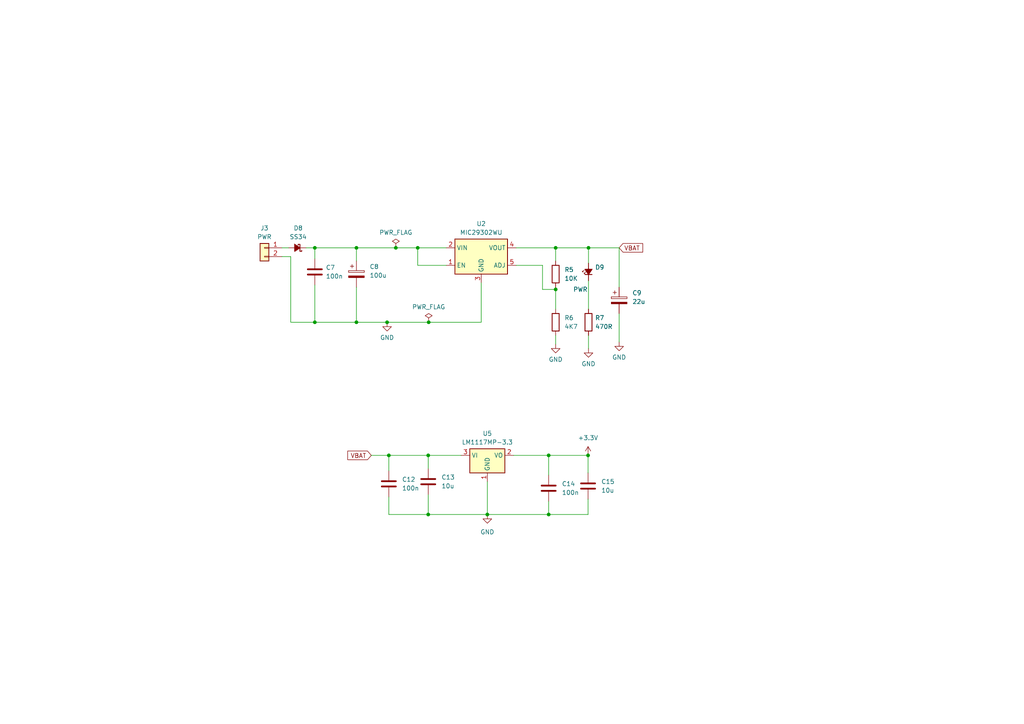
<source format=kicad_sch>
(kicad_sch
	(version 20231120)
	(generator "eeschema")
	(generator_version "8.0")
	(uuid "77175cf6-9dd6-46ec-9eed-5403f30bb0ed")
	(paper "A4")
	(lib_symbols
		(symbol "Connector_Generic:Conn_01x02"
			(pin_names
				(offset 1.016) hide)
			(exclude_from_sim no)
			(in_bom yes)
			(on_board yes)
			(property "Reference" "J"
				(at 0 2.54 0)
				(effects
					(font
						(size 1.27 1.27)
					)
				)
			)
			(property "Value" "Conn_01x02"
				(at 0 -5.08 0)
				(effects
					(font
						(size 1.27 1.27)
					)
				)
			)
			(property "Footprint" ""
				(at 0 0 0)
				(effects
					(font
						(size 1.27 1.27)
					)
					(hide yes)
				)
			)
			(property "Datasheet" "~"
				(at 0 0 0)
				(effects
					(font
						(size 1.27 1.27)
					)
					(hide yes)
				)
			)
			(property "Description" "Generic connector, single row, 01x02, script generated (kicad-library-utils/schlib/autogen/connector/)"
				(at 0 0 0)
				(effects
					(font
						(size 1.27 1.27)
					)
					(hide yes)
				)
			)
			(property "ki_keywords" "connector"
				(at 0 0 0)
				(effects
					(font
						(size 1.27 1.27)
					)
					(hide yes)
				)
			)
			(property "ki_fp_filters" "Connector*:*_1x??_*"
				(at 0 0 0)
				(effects
					(font
						(size 1.27 1.27)
					)
					(hide yes)
				)
			)
			(symbol "Conn_01x02_1_1"
				(rectangle
					(start -1.27 -2.413)
					(end 0 -2.667)
					(stroke
						(width 0.1524)
						(type default)
					)
					(fill
						(type none)
					)
				)
				(rectangle
					(start -1.27 0.127)
					(end 0 -0.127)
					(stroke
						(width 0.1524)
						(type default)
					)
					(fill
						(type none)
					)
				)
				(rectangle
					(start -1.27 1.27)
					(end 1.27 -3.81)
					(stroke
						(width 0.254)
						(type default)
					)
					(fill
						(type background)
					)
				)
				(pin passive line
					(at -5.08 0 0)
					(length 3.81)
					(name "Pin_1"
						(effects
							(font
								(size 1.27 1.27)
							)
						)
					)
					(number "1"
						(effects
							(font
								(size 1.27 1.27)
							)
						)
					)
				)
				(pin passive line
					(at -5.08 -2.54 0)
					(length 3.81)
					(name "Pin_2"
						(effects
							(font
								(size 1.27 1.27)
							)
						)
					)
					(number "2"
						(effects
							(font
								(size 1.27 1.27)
							)
						)
					)
				)
			)
		)
		(symbol "Device:C"
			(pin_numbers hide)
			(pin_names
				(offset 0.254)
			)
			(exclude_from_sim no)
			(in_bom yes)
			(on_board yes)
			(property "Reference" "C"
				(at 0.635 2.54 0)
				(effects
					(font
						(size 1.27 1.27)
					)
					(justify left)
				)
			)
			(property "Value" "C"
				(at 0.635 -2.54 0)
				(effects
					(font
						(size 1.27 1.27)
					)
					(justify left)
				)
			)
			(property "Footprint" ""
				(at 0.9652 -3.81 0)
				(effects
					(font
						(size 1.27 1.27)
					)
					(hide yes)
				)
			)
			(property "Datasheet" "~"
				(at 0 0 0)
				(effects
					(font
						(size 1.27 1.27)
					)
					(hide yes)
				)
			)
			(property "Description" "Unpolarized capacitor"
				(at 0 0 0)
				(effects
					(font
						(size 1.27 1.27)
					)
					(hide yes)
				)
			)
			(property "ki_keywords" "cap capacitor"
				(at 0 0 0)
				(effects
					(font
						(size 1.27 1.27)
					)
					(hide yes)
				)
			)
			(property "ki_fp_filters" "C_*"
				(at 0 0 0)
				(effects
					(font
						(size 1.27 1.27)
					)
					(hide yes)
				)
			)
			(symbol "C_0_1"
				(polyline
					(pts
						(xy -2.032 -0.762) (xy 2.032 -0.762)
					)
					(stroke
						(width 0.508)
						(type default)
					)
					(fill
						(type none)
					)
				)
				(polyline
					(pts
						(xy -2.032 0.762) (xy 2.032 0.762)
					)
					(stroke
						(width 0.508)
						(type default)
					)
					(fill
						(type none)
					)
				)
			)
			(symbol "C_1_1"
				(pin passive line
					(at 0 3.81 270)
					(length 2.794)
					(name "~"
						(effects
							(font
								(size 1.27 1.27)
							)
						)
					)
					(number "1"
						(effects
							(font
								(size 1.27 1.27)
							)
						)
					)
				)
				(pin passive line
					(at 0 -3.81 90)
					(length 2.794)
					(name "~"
						(effects
							(font
								(size 1.27 1.27)
							)
						)
					)
					(number "2"
						(effects
							(font
								(size 1.27 1.27)
							)
						)
					)
				)
			)
		)
		(symbol "Device:C_Polarized"
			(pin_numbers hide)
			(pin_names
				(offset 0.254)
			)
			(exclude_from_sim no)
			(in_bom yes)
			(on_board yes)
			(property "Reference" "C"
				(at 0.635 2.54 0)
				(effects
					(font
						(size 1.27 1.27)
					)
					(justify left)
				)
			)
			(property "Value" "C_Polarized"
				(at 0.635 -2.54 0)
				(effects
					(font
						(size 1.27 1.27)
					)
					(justify left)
				)
			)
			(property "Footprint" ""
				(at 0.9652 -3.81 0)
				(effects
					(font
						(size 1.27 1.27)
					)
					(hide yes)
				)
			)
			(property "Datasheet" "~"
				(at 0 0 0)
				(effects
					(font
						(size 1.27 1.27)
					)
					(hide yes)
				)
			)
			(property "Description" "Polarized capacitor"
				(at 0 0 0)
				(effects
					(font
						(size 1.27 1.27)
					)
					(hide yes)
				)
			)
			(property "ki_keywords" "cap capacitor"
				(at 0 0 0)
				(effects
					(font
						(size 1.27 1.27)
					)
					(hide yes)
				)
			)
			(property "ki_fp_filters" "CP_*"
				(at 0 0 0)
				(effects
					(font
						(size 1.27 1.27)
					)
					(hide yes)
				)
			)
			(symbol "C_Polarized_0_1"
				(rectangle
					(start -2.286 0.508)
					(end 2.286 1.016)
					(stroke
						(width 0)
						(type default)
					)
					(fill
						(type none)
					)
				)
				(polyline
					(pts
						(xy -1.778 2.286) (xy -0.762 2.286)
					)
					(stroke
						(width 0)
						(type default)
					)
					(fill
						(type none)
					)
				)
				(polyline
					(pts
						(xy -1.27 2.794) (xy -1.27 1.778)
					)
					(stroke
						(width 0)
						(type default)
					)
					(fill
						(type none)
					)
				)
				(rectangle
					(start 2.286 -0.508)
					(end -2.286 -1.016)
					(stroke
						(width 0)
						(type default)
					)
					(fill
						(type outline)
					)
				)
			)
			(symbol "C_Polarized_1_1"
				(pin passive line
					(at 0 3.81 270)
					(length 2.794)
					(name "~"
						(effects
							(font
								(size 1.27 1.27)
							)
						)
					)
					(number "1"
						(effects
							(font
								(size 1.27 1.27)
							)
						)
					)
				)
				(pin passive line
					(at 0 -3.81 90)
					(length 2.794)
					(name "~"
						(effects
							(font
								(size 1.27 1.27)
							)
						)
					)
					(number "2"
						(effects
							(font
								(size 1.27 1.27)
							)
						)
					)
				)
			)
		)
		(symbol "Device:D_Schottky_Small_Filled"
			(pin_numbers hide)
			(pin_names
				(offset 0.254) hide)
			(exclude_from_sim no)
			(in_bom yes)
			(on_board yes)
			(property "Reference" "D"
				(at -1.27 2.032 0)
				(effects
					(font
						(size 1.27 1.27)
					)
					(justify left)
				)
			)
			(property "Value" "D_Schottky_Small_Filled"
				(at -7.112 -2.032 0)
				(effects
					(font
						(size 1.27 1.27)
					)
					(justify left)
				)
			)
			(property "Footprint" ""
				(at 0 0 90)
				(effects
					(font
						(size 1.27 1.27)
					)
					(hide yes)
				)
			)
			(property "Datasheet" "~"
				(at 0 0 90)
				(effects
					(font
						(size 1.27 1.27)
					)
					(hide yes)
				)
			)
			(property "Description" "Schottky diode, small symbol, filled shape"
				(at 0 0 0)
				(effects
					(font
						(size 1.27 1.27)
					)
					(hide yes)
				)
			)
			(property "ki_keywords" "diode Schottky"
				(at 0 0 0)
				(effects
					(font
						(size 1.27 1.27)
					)
					(hide yes)
				)
			)
			(property "ki_fp_filters" "TO-???* *_Diode_* *SingleDiode* D_*"
				(at 0 0 0)
				(effects
					(font
						(size 1.27 1.27)
					)
					(hide yes)
				)
			)
			(symbol "D_Schottky_Small_Filled_0_1"
				(polyline
					(pts
						(xy -0.762 0) (xy 0.762 0)
					)
					(stroke
						(width 0)
						(type default)
					)
					(fill
						(type none)
					)
				)
				(polyline
					(pts
						(xy 0.762 -1.016) (xy -0.762 0) (xy 0.762 1.016) (xy 0.762 -1.016)
					)
					(stroke
						(width 0.254)
						(type default)
					)
					(fill
						(type outline)
					)
				)
				(polyline
					(pts
						(xy -1.27 0.762) (xy -1.27 1.016) (xy -0.762 1.016) (xy -0.762 -1.016) (xy -0.254 -1.016) (xy -0.254 -0.762)
					)
					(stroke
						(width 0.254)
						(type default)
					)
					(fill
						(type none)
					)
				)
			)
			(symbol "D_Schottky_Small_Filled_1_1"
				(pin passive line
					(at -2.54 0 0)
					(length 1.778)
					(name "K"
						(effects
							(font
								(size 1.27 1.27)
							)
						)
					)
					(number "1"
						(effects
							(font
								(size 1.27 1.27)
							)
						)
					)
				)
				(pin passive line
					(at 2.54 0 180)
					(length 1.778)
					(name "A"
						(effects
							(font
								(size 1.27 1.27)
							)
						)
					)
					(number "2"
						(effects
							(font
								(size 1.27 1.27)
							)
						)
					)
				)
			)
		)
		(symbol "Device:LED_Small_Filled"
			(pin_numbers hide)
			(pin_names
				(offset 0.254) hide)
			(exclude_from_sim no)
			(in_bom yes)
			(on_board yes)
			(property "Reference" "D"
				(at -1.27 3.175 0)
				(effects
					(font
						(size 1.27 1.27)
					)
					(justify left)
				)
			)
			(property "Value" "LED_Small_Filled"
				(at -4.445 -2.54 0)
				(effects
					(font
						(size 1.27 1.27)
					)
					(justify left)
				)
			)
			(property "Footprint" ""
				(at 0 0 90)
				(effects
					(font
						(size 1.27 1.27)
					)
					(hide yes)
				)
			)
			(property "Datasheet" "~"
				(at 0 0 90)
				(effects
					(font
						(size 1.27 1.27)
					)
					(hide yes)
				)
			)
			(property "Description" "Light emitting diode, small symbol, filled shape"
				(at 0 0 0)
				(effects
					(font
						(size 1.27 1.27)
					)
					(hide yes)
				)
			)
			(property "ki_keywords" "LED diode light-emitting-diode"
				(at 0 0 0)
				(effects
					(font
						(size 1.27 1.27)
					)
					(hide yes)
				)
			)
			(property "ki_fp_filters" "LED* LED_SMD:* LED_THT:*"
				(at 0 0 0)
				(effects
					(font
						(size 1.27 1.27)
					)
					(hide yes)
				)
			)
			(symbol "LED_Small_Filled_0_1"
				(polyline
					(pts
						(xy -0.762 -1.016) (xy -0.762 1.016)
					)
					(stroke
						(width 0.254)
						(type default)
					)
					(fill
						(type none)
					)
				)
				(polyline
					(pts
						(xy 1.016 0) (xy -0.762 0)
					)
					(stroke
						(width 0)
						(type default)
					)
					(fill
						(type none)
					)
				)
				(polyline
					(pts
						(xy 0.762 -1.016) (xy -0.762 0) (xy 0.762 1.016) (xy 0.762 -1.016)
					)
					(stroke
						(width 0.254)
						(type default)
					)
					(fill
						(type outline)
					)
				)
				(polyline
					(pts
						(xy 0 0.762) (xy -0.508 1.27) (xy -0.254 1.27) (xy -0.508 1.27) (xy -0.508 1.016)
					)
					(stroke
						(width 0)
						(type default)
					)
					(fill
						(type none)
					)
				)
				(polyline
					(pts
						(xy 0.508 1.27) (xy 0 1.778) (xy 0.254 1.778) (xy 0 1.778) (xy 0 1.524)
					)
					(stroke
						(width 0)
						(type default)
					)
					(fill
						(type none)
					)
				)
			)
			(symbol "LED_Small_Filled_1_1"
				(pin passive line
					(at -2.54 0 0)
					(length 1.778)
					(name "K"
						(effects
							(font
								(size 1.27 1.27)
							)
						)
					)
					(number "1"
						(effects
							(font
								(size 1.27 1.27)
							)
						)
					)
				)
				(pin passive line
					(at 2.54 0 180)
					(length 1.778)
					(name "A"
						(effects
							(font
								(size 1.27 1.27)
							)
						)
					)
					(number "2"
						(effects
							(font
								(size 1.27 1.27)
							)
						)
					)
				)
			)
		)
		(symbol "Device:R"
			(pin_numbers hide)
			(pin_names
				(offset 0)
			)
			(exclude_from_sim no)
			(in_bom yes)
			(on_board yes)
			(property "Reference" "R"
				(at 2.032 0 90)
				(effects
					(font
						(size 1.27 1.27)
					)
				)
			)
			(property "Value" "R"
				(at 0 0 90)
				(effects
					(font
						(size 1.27 1.27)
					)
				)
			)
			(property "Footprint" ""
				(at -1.778 0 90)
				(effects
					(font
						(size 1.27 1.27)
					)
					(hide yes)
				)
			)
			(property "Datasheet" "~"
				(at 0 0 0)
				(effects
					(font
						(size 1.27 1.27)
					)
					(hide yes)
				)
			)
			(property "Description" "Resistor"
				(at 0 0 0)
				(effects
					(font
						(size 1.27 1.27)
					)
					(hide yes)
				)
			)
			(property "ki_keywords" "R res resistor"
				(at 0 0 0)
				(effects
					(font
						(size 1.27 1.27)
					)
					(hide yes)
				)
			)
			(property "ki_fp_filters" "R_*"
				(at 0 0 0)
				(effects
					(font
						(size 1.27 1.27)
					)
					(hide yes)
				)
			)
			(symbol "R_0_1"
				(rectangle
					(start -1.016 -2.54)
					(end 1.016 2.54)
					(stroke
						(width 0.254)
						(type default)
					)
					(fill
						(type none)
					)
				)
			)
			(symbol "R_1_1"
				(pin passive line
					(at 0 3.81 270)
					(length 1.27)
					(name "~"
						(effects
							(font
								(size 1.27 1.27)
							)
						)
					)
					(number "1"
						(effects
							(font
								(size 1.27 1.27)
							)
						)
					)
				)
				(pin passive line
					(at 0 -3.81 90)
					(length 1.27)
					(name "~"
						(effects
							(font
								(size 1.27 1.27)
							)
						)
					)
					(number "2"
						(effects
							(font
								(size 1.27 1.27)
							)
						)
					)
				)
			)
		)
		(symbol "Regulator_Linear:LM1117MP-3.3"
			(exclude_from_sim no)
			(in_bom yes)
			(on_board yes)
			(property "Reference" "U"
				(at -3.81 3.175 0)
				(effects
					(font
						(size 1.27 1.27)
					)
				)
			)
			(property "Value" "LM1117MP-3.3"
				(at 0 3.175 0)
				(effects
					(font
						(size 1.27 1.27)
					)
					(justify left)
				)
			)
			(property "Footprint" "Package_TO_SOT_SMD:SOT-223-3_TabPin2"
				(at 0 0 0)
				(effects
					(font
						(size 1.27 1.27)
					)
					(hide yes)
				)
			)
			(property "Datasheet" "http://www.ti.com/lit/ds/symlink/lm1117.pdf"
				(at 0 0 0)
				(effects
					(font
						(size 1.27 1.27)
					)
					(hide yes)
				)
			)
			(property "Description" "800mA Low-Dropout Linear Regulator, 3.3V fixed output, SOT-223"
				(at 0 0 0)
				(effects
					(font
						(size 1.27 1.27)
					)
					(hide yes)
				)
			)
			(property "ki_keywords" "linear regulator ldo fixed positive"
				(at 0 0 0)
				(effects
					(font
						(size 1.27 1.27)
					)
					(hide yes)
				)
			)
			(property "ki_fp_filters" "SOT?223*"
				(at 0 0 0)
				(effects
					(font
						(size 1.27 1.27)
					)
					(hide yes)
				)
			)
			(symbol "LM1117MP-3.3_0_1"
				(rectangle
					(start -5.08 -5.08)
					(end 5.08 1.905)
					(stroke
						(width 0.254)
						(type default)
					)
					(fill
						(type background)
					)
				)
			)
			(symbol "LM1117MP-3.3_1_1"
				(pin power_in line
					(at 0 -7.62 90)
					(length 2.54)
					(name "GND"
						(effects
							(font
								(size 1.27 1.27)
							)
						)
					)
					(number "1"
						(effects
							(font
								(size 1.27 1.27)
							)
						)
					)
				)
				(pin power_out line
					(at 7.62 0 180)
					(length 2.54)
					(name "VO"
						(effects
							(font
								(size 1.27 1.27)
							)
						)
					)
					(number "2"
						(effects
							(font
								(size 1.27 1.27)
							)
						)
					)
				)
				(pin power_in line
					(at -7.62 0 0)
					(length 2.54)
					(name "VI"
						(effects
							(font
								(size 1.27 1.27)
							)
						)
					)
					(number "3"
						(effects
							(font
								(size 1.27 1.27)
							)
						)
					)
				)
			)
		)
		(symbol "Regulator_Linear:MIC29302WU"
			(exclude_from_sim no)
			(in_bom yes)
			(on_board yes)
			(property "Reference" "U"
				(at -6.35 6.35 0)
				(effects
					(font
						(size 1.27 1.27)
					)
				)
			)
			(property "Value" "MIC29302WU"
				(at 2.54 6.35 0)
				(effects
					(font
						(size 1.27 1.27)
					)
				)
			)
			(property "Footprint" "Package_TO_SOT_SMD:TO-263-5_TabPin3"
				(at 2.54 -6.35 0)
				(effects
					(font
						(size 1.27 1.27)
					)
					(justify left)
					(hide yes)
				)
			)
			(property "Datasheet" "http://ww1.microchip.com/downloads/en/devicedoc/20005685a.pdf"
				(at 0 0 0)
				(effects
					(font
						(size 1.27 1.27)
					)
					(hide yes)
				)
			)
			(property "Description" "3A low dropout linear regulator, adjustable output, TO-263"
				(at 0 0 0)
				(effects
					(font
						(size 1.27 1.27)
					)
					(hide yes)
				)
			)
			(property "ki_keywords" "3A LDO linear voltage regulator adjustable positive"
				(at 0 0 0)
				(effects
					(font
						(size 1.27 1.27)
					)
					(hide yes)
				)
			)
			(property "ki_fp_filters" "TO*263*"
				(at 0 0 0)
				(effects
					(font
						(size 1.27 1.27)
					)
					(hide yes)
				)
			)
			(symbol "MIC29302WU_1_1"
				(rectangle
					(start -7.62 5.08)
					(end 7.62 -5.08)
					(stroke
						(width 0.254)
						(type default)
					)
					(fill
						(type background)
					)
				)
				(pin input line
					(at -10.16 -2.54 0)
					(length 2.54)
					(name "EN"
						(effects
							(font
								(size 1.27 1.27)
							)
						)
					)
					(number "1"
						(effects
							(font
								(size 1.27 1.27)
							)
						)
					)
				)
				(pin power_in line
					(at -10.16 2.54 0)
					(length 2.54)
					(name "VIN"
						(effects
							(font
								(size 1.27 1.27)
							)
						)
					)
					(number "2"
						(effects
							(font
								(size 1.27 1.27)
							)
						)
					)
				)
				(pin power_in line
					(at 0 -7.62 90)
					(length 2.54)
					(name "GND"
						(effects
							(font
								(size 1.27 1.27)
							)
						)
					)
					(number "3"
						(effects
							(font
								(size 1.27 1.27)
							)
						)
					)
				)
				(pin power_out line
					(at 10.16 2.54 180)
					(length 2.54)
					(name "VOUT"
						(effects
							(font
								(size 1.27 1.27)
							)
						)
					)
					(number "4"
						(effects
							(font
								(size 1.27 1.27)
							)
						)
					)
				)
				(pin input line
					(at 10.16 -2.54 180)
					(length 2.54)
					(name "ADJ"
						(effects
							(font
								(size 1.27 1.27)
							)
						)
					)
					(number "5"
						(effects
							(font
								(size 1.27 1.27)
							)
						)
					)
				)
			)
		)
		(symbol "power:+3.3V"
			(power)
			(pin_names
				(offset 0)
			)
			(exclude_from_sim no)
			(in_bom yes)
			(on_board yes)
			(property "Reference" "#PWR"
				(at 0 -3.81 0)
				(effects
					(font
						(size 1.27 1.27)
					)
					(hide yes)
				)
			)
			(property "Value" "+3.3V"
				(at 0 3.556 0)
				(effects
					(font
						(size 1.27 1.27)
					)
				)
			)
			(property "Footprint" ""
				(at 0 0 0)
				(effects
					(font
						(size 1.27 1.27)
					)
					(hide yes)
				)
			)
			(property "Datasheet" ""
				(at 0 0 0)
				(effects
					(font
						(size 1.27 1.27)
					)
					(hide yes)
				)
			)
			(property "Description" "Power symbol creates a global label with name \"+3.3V\""
				(at 0 0 0)
				(effects
					(font
						(size 1.27 1.27)
					)
					(hide yes)
				)
			)
			(property "ki_keywords" "global power"
				(at 0 0 0)
				(effects
					(font
						(size 1.27 1.27)
					)
					(hide yes)
				)
			)
			(symbol "+3.3V_0_1"
				(polyline
					(pts
						(xy -0.762 1.27) (xy 0 2.54)
					)
					(stroke
						(width 0)
						(type default)
					)
					(fill
						(type none)
					)
				)
				(polyline
					(pts
						(xy 0 0) (xy 0 2.54)
					)
					(stroke
						(width 0)
						(type default)
					)
					(fill
						(type none)
					)
				)
				(polyline
					(pts
						(xy 0 2.54) (xy 0.762 1.27)
					)
					(stroke
						(width 0)
						(type default)
					)
					(fill
						(type none)
					)
				)
			)
			(symbol "+3.3V_1_1"
				(pin power_in line
					(at 0 0 90)
					(length 0) hide
					(name "+3.3V"
						(effects
							(font
								(size 1.27 1.27)
							)
						)
					)
					(number "1"
						(effects
							(font
								(size 1.27 1.27)
							)
						)
					)
				)
			)
		)
		(symbol "power:GND"
			(power)
			(pin_names
				(offset 0)
			)
			(exclude_from_sim no)
			(in_bom yes)
			(on_board yes)
			(property "Reference" "#PWR"
				(at 0 -6.35 0)
				(effects
					(font
						(size 1.27 1.27)
					)
					(hide yes)
				)
			)
			(property "Value" "GND"
				(at 0 -3.81 0)
				(effects
					(font
						(size 1.27 1.27)
					)
				)
			)
			(property "Footprint" ""
				(at 0 0 0)
				(effects
					(font
						(size 1.27 1.27)
					)
					(hide yes)
				)
			)
			(property "Datasheet" ""
				(at 0 0 0)
				(effects
					(font
						(size 1.27 1.27)
					)
					(hide yes)
				)
			)
			(property "Description" "Power symbol creates a global label with name \"GND\" , ground"
				(at 0 0 0)
				(effects
					(font
						(size 1.27 1.27)
					)
					(hide yes)
				)
			)
			(property "ki_keywords" "global power"
				(at 0 0 0)
				(effects
					(font
						(size 1.27 1.27)
					)
					(hide yes)
				)
			)
			(symbol "GND_0_1"
				(polyline
					(pts
						(xy 0 0) (xy 0 -1.27) (xy 1.27 -1.27) (xy 0 -2.54) (xy -1.27 -1.27) (xy 0 -1.27)
					)
					(stroke
						(width 0)
						(type default)
					)
					(fill
						(type none)
					)
				)
			)
			(symbol "GND_1_1"
				(pin power_in line
					(at 0 0 270)
					(length 0) hide
					(name "GND"
						(effects
							(font
								(size 1.27 1.27)
							)
						)
					)
					(number "1"
						(effects
							(font
								(size 1.27 1.27)
							)
						)
					)
				)
			)
		)
		(symbol "power:PWR_FLAG"
			(power)
			(pin_numbers hide)
			(pin_names
				(offset 0) hide)
			(exclude_from_sim no)
			(in_bom yes)
			(on_board yes)
			(property "Reference" "#FLG"
				(at 0 1.905 0)
				(effects
					(font
						(size 1.27 1.27)
					)
					(hide yes)
				)
			)
			(property "Value" "PWR_FLAG"
				(at 0 3.81 0)
				(effects
					(font
						(size 1.27 1.27)
					)
				)
			)
			(property "Footprint" ""
				(at 0 0 0)
				(effects
					(font
						(size 1.27 1.27)
					)
					(hide yes)
				)
			)
			(property "Datasheet" "~"
				(at 0 0 0)
				(effects
					(font
						(size 1.27 1.27)
					)
					(hide yes)
				)
			)
			(property "Description" "Special symbol for telling ERC where power comes from"
				(at 0 0 0)
				(effects
					(font
						(size 1.27 1.27)
					)
					(hide yes)
				)
			)
			(property "ki_keywords" "flag power"
				(at 0 0 0)
				(effects
					(font
						(size 1.27 1.27)
					)
					(hide yes)
				)
			)
			(symbol "PWR_FLAG_0_0"
				(pin power_out line
					(at 0 0 90)
					(length 0)
					(name "pwr"
						(effects
							(font
								(size 1.27 1.27)
							)
						)
					)
					(number "1"
						(effects
							(font
								(size 1.27 1.27)
							)
						)
					)
				)
			)
			(symbol "PWR_FLAG_0_1"
				(polyline
					(pts
						(xy 0 0) (xy 0 1.27) (xy -1.016 1.905) (xy 0 2.54) (xy 1.016 1.905) (xy 0 1.27)
					)
					(stroke
						(width 0)
						(type default)
					)
					(fill
						(type none)
					)
				)
			)
		)
	)
	(junction
		(at 124.206 132.08)
		(diameter 0)
		(color 0 0 0 0)
		(uuid "0f4628f1-4584-4f45-af36-e5f25df70458")
	)
	(junction
		(at 161.163 71.882)
		(diameter 0)
		(color 0 0 0 0)
		(uuid "150b44bc-6b5c-48a6-96bd-151c9e4e015d")
	)
	(junction
		(at 121.158 71.882)
		(diameter 0)
		(color 0 0 0 0)
		(uuid "1eaba3c2-0302-469a-9fb5-6ee37f068781")
	)
	(junction
		(at 103.378 71.882)
		(diameter 0)
		(color 0 0 0 0)
		(uuid "275f11a4-ad55-4d46-91ba-e5d9fcd3e5de")
	)
	(junction
		(at 170.561 132.08)
		(diameter 0)
		(color 0 0 0 0)
		(uuid "305f5da7-0906-41d8-9bd9-7fd8b12ab886")
	)
	(junction
		(at 124.333 93.472)
		(diameter 0)
		(color 0 0 0 0)
		(uuid "3ee4a3c8-a9fc-4236-b672-b4c026d9dd51")
	)
	(junction
		(at 103.378 93.472)
		(diameter 0)
		(color 0 0 0 0)
		(uuid "4581d73f-d977-42e8-b496-beb84d6a63b3")
	)
	(junction
		(at 159.131 132.08)
		(diameter 0)
		(color 0 0 0 0)
		(uuid "48d47125-82e2-4baa-b5a3-a56d839a6cd3")
	)
	(junction
		(at 91.313 93.472)
		(diameter 0)
		(color 0 0 0 0)
		(uuid "5c3f214b-5c00-444e-ab73-11ba3b20b03d")
	)
	(junction
		(at 159.131 149.225)
		(diameter 0)
		(color 0 0 0 0)
		(uuid "5df04f48-1f2d-43e8-8266-dbdab5a51d9f")
	)
	(junction
		(at 112.268 93.472)
		(diameter 0)
		(color 0 0 0 0)
		(uuid "75cab69e-8115-480e-91b4-40ffb62e0195")
	)
	(junction
		(at 161.163 83.947)
		(diameter 0)
		(color 0 0 0 0)
		(uuid "75e6040b-6d47-4b41-9cd7-d57306b50079")
	)
	(junction
		(at 141.351 149.225)
		(diameter 0)
		(color 0 0 0 0)
		(uuid "be2723af-995d-4b8b-8c34-51a451dddffc")
	)
	(junction
		(at 170.688 71.882)
		(diameter 0)
		(color 0 0 0 0)
		(uuid "d5fc431b-204a-4c2a-b707-5f4b6a1f090a")
	)
	(junction
		(at 124.206 149.225)
		(diameter 0)
		(color 0 0 0 0)
		(uuid "ebc90ef3-3146-4c00-9beb-87401f1a3f2e")
	)
	(junction
		(at 114.808 71.882)
		(diameter 0)
		(color 0 0 0 0)
		(uuid "ef47cb7a-c93e-481d-afeb-2a86c81f3db9")
	)
	(junction
		(at 112.776 132.08)
		(diameter 0)
		(color 0 0 0 0)
		(uuid "f263dff0-cb02-4035-96af-401c9df9c2a3")
	)
	(junction
		(at 91.313 71.882)
		(diameter 0)
		(color 0 0 0 0)
		(uuid "f8a2d5f7-87c3-4511-81f1-ebb723b82205")
	)
	(wire
		(pts
			(xy 148.971 132.08) (xy 159.131 132.08)
		)
		(stroke
			(width 0)
			(type default)
		)
		(uuid "043254d0-8894-4692-8903-69828f74e579")
	)
	(wire
		(pts
			(xy 149.733 71.882) (xy 161.163 71.882)
		)
		(stroke
			(width 0)
			(type default)
		)
		(uuid "0c9bc8cb-ba90-4a09-a3f5-0613e0c48216")
	)
	(wire
		(pts
			(xy 88.773 71.882) (xy 91.313 71.882)
		)
		(stroke
			(width 0)
			(type default)
		)
		(uuid "0cadf23a-8705-4600-8e39-3c9bed5ea31f")
	)
	(wire
		(pts
			(xy 161.163 83.947) (xy 161.163 89.662)
		)
		(stroke
			(width 0)
			(type default)
		)
		(uuid "1967f63d-9517-41d7-a885-743f9f329afe")
	)
	(wire
		(pts
			(xy 103.378 83.312) (xy 103.378 93.472)
		)
		(stroke
			(width 0)
			(type default)
		)
		(uuid "1dc80651-3dfd-442b-b69f-e5e52b0a86e9")
	)
	(wire
		(pts
			(xy 103.378 71.882) (xy 114.808 71.882)
		)
		(stroke
			(width 0)
			(type default)
		)
		(uuid "2ae46222-2be5-4da1-ac6e-c5028045532f")
	)
	(wire
		(pts
			(xy 103.378 93.472) (xy 112.268 93.472)
		)
		(stroke
			(width 0)
			(type default)
		)
		(uuid "2be3b32d-d5c7-4006-8187-ac760633471b")
	)
	(wire
		(pts
			(xy 112.776 132.08) (xy 124.206 132.08)
		)
		(stroke
			(width 0)
			(type default)
		)
		(uuid "2dcc2d25-e839-4fdd-8db4-704001afbce8")
	)
	(wire
		(pts
			(xy 81.788 71.882) (xy 83.693 71.882)
		)
		(stroke
			(width 0)
			(type default)
		)
		(uuid "332ebd94-168c-4f23-95e4-8594e0d25208")
	)
	(wire
		(pts
			(xy 103.378 71.882) (xy 103.378 75.692)
		)
		(stroke
			(width 0)
			(type default)
		)
		(uuid "351426c5-e021-4752-a595-680f93efb7ef")
	)
	(wire
		(pts
			(xy 84.328 74.422) (xy 84.328 93.472)
		)
		(stroke
			(width 0)
			(type default)
		)
		(uuid "351519ab-66e5-4843-b63f-5b9aa1615d42")
	)
	(wire
		(pts
			(xy 124.333 93.472) (xy 139.573 93.472)
		)
		(stroke
			(width 0)
			(type default)
		)
		(uuid "3800ff2f-ee86-485a-a86b-3a8d9982be28")
	)
	(wire
		(pts
			(xy 170.688 71.882) (xy 170.688 76.327)
		)
		(stroke
			(width 0)
			(type default)
		)
		(uuid "3bcfe193-489d-4c64-86b8-f17ef7329bae")
	)
	(wire
		(pts
			(xy 170.688 81.407) (xy 170.688 89.662)
		)
		(stroke
			(width 0)
			(type default)
		)
		(uuid "4028b3ae-3fdb-4abf-bb34-fb06fd3b9d1f")
	)
	(wire
		(pts
			(xy 159.131 132.08) (xy 170.561 132.08)
		)
		(stroke
			(width 0)
			(type default)
		)
		(uuid "411b30b5-c3e5-4e80-9e3b-eacc6efea46e")
	)
	(wire
		(pts
			(xy 149.733 76.962) (xy 157.353 76.962)
		)
		(stroke
			(width 0)
			(type default)
		)
		(uuid "45f39d4b-521b-4a5c-bc15-b439a1f6b999")
	)
	(wire
		(pts
			(xy 159.131 149.225) (xy 170.561 149.225)
		)
		(stroke
			(width 0)
			(type default)
		)
		(uuid "466acfb2-08d8-4ea1-bebb-b89681d3826f")
	)
	(wire
		(pts
			(xy 114.808 71.882) (xy 121.158 71.882)
		)
		(stroke
			(width 0)
			(type default)
		)
		(uuid "47367ff0-86a7-4eef-adbd-69812d75ed82")
	)
	(wire
		(pts
			(xy 170.688 71.882) (xy 179.578 71.882)
		)
		(stroke
			(width 0)
			(type default)
		)
		(uuid "4eda9e17-1f9e-469b-88b2-b91bd5f56c45")
	)
	(wire
		(pts
			(xy 124.206 143.51) (xy 124.206 149.225)
		)
		(stroke
			(width 0)
			(type default)
		)
		(uuid "5358e7e5-dbd8-4251-a5d4-d8a1fe5bea3b")
	)
	(wire
		(pts
			(xy 81.788 74.422) (xy 84.328 74.422)
		)
		(stroke
			(width 0)
			(type default)
		)
		(uuid "5fe0f705-5873-4ffb-93f8-0ca8a4786b18")
	)
	(wire
		(pts
			(xy 159.131 132.08) (xy 159.131 137.795)
		)
		(stroke
			(width 0)
			(type default)
		)
		(uuid "67eb61c5-b348-423f-9855-71c0b3b84e59")
	)
	(wire
		(pts
			(xy 84.328 93.472) (xy 91.313 93.472)
		)
		(stroke
			(width 0)
			(type default)
		)
		(uuid "74316ad7-729c-405b-bbb2-b451346b5c84")
	)
	(wire
		(pts
			(xy 112.776 149.225) (xy 124.206 149.225)
		)
		(stroke
			(width 0)
			(type default)
		)
		(uuid "7b4f514d-daf3-487a-bd2f-fe4bc489cc08")
	)
	(wire
		(pts
			(xy 170.561 132.08) (xy 170.561 137.16)
		)
		(stroke
			(width 0)
			(type default)
		)
		(uuid "7baef61d-cfdd-4d27-9b57-2fee36e07587")
	)
	(wire
		(pts
			(xy 107.696 132.08) (xy 112.776 132.08)
		)
		(stroke
			(width 0)
			(type default)
		)
		(uuid "7bc76faa-6e32-4fbe-b3be-2a6e039dcd46")
	)
	(wire
		(pts
			(xy 141.351 149.225) (xy 159.131 149.225)
		)
		(stroke
			(width 0)
			(type default)
		)
		(uuid "7c490e5f-7b11-44f6-bc18-3a18693b41d3")
	)
	(wire
		(pts
			(xy 124.206 149.225) (xy 141.351 149.225)
		)
		(stroke
			(width 0)
			(type default)
		)
		(uuid "82b66698-772c-4cfc-8c3d-fd8fad0d5b26")
	)
	(wire
		(pts
			(xy 91.313 71.882) (xy 91.313 75.057)
		)
		(stroke
			(width 0)
			(type default)
		)
		(uuid "9bdfa2b5-1eb6-4ea5-bd03-6d5382a08006")
	)
	(wire
		(pts
			(xy 91.313 71.882) (xy 103.378 71.882)
		)
		(stroke
			(width 0)
			(type default)
		)
		(uuid "a0fead64-6183-4a8b-b32e-34f19b22524b")
	)
	(wire
		(pts
			(xy 124.206 132.08) (xy 133.731 132.08)
		)
		(stroke
			(width 0)
			(type default)
		)
		(uuid "a1e94227-ef99-4d05-9819-31bd8b16b2e3")
	)
	(wire
		(pts
			(xy 112.776 132.08) (xy 112.776 136.525)
		)
		(stroke
			(width 0)
			(type default)
		)
		(uuid "a57399d4-27bf-4ff0-92eb-7d9a557d2165")
	)
	(wire
		(pts
			(xy 121.158 71.882) (xy 129.413 71.882)
		)
		(stroke
			(width 0)
			(type default)
		)
		(uuid "abb126c6-7f28-40f6-b45b-695a5ce506be")
	)
	(wire
		(pts
			(xy 157.353 83.947) (xy 161.163 83.947)
		)
		(stroke
			(width 0)
			(type default)
		)
		(uuid "b14b8237-6cb0-4d73-b1be-4c42822d1f6d")
	)
	(wire
		(pts
			(xy 161.163 71.882) (xy 161.163 75.692)
		)
		(stroke
			(width 0)
			(type default)
		)
		(uuid "b4e8a4fb-b9ea-4f89-9627-07f5ee615532")
	)
	(wire
		(pts
			(xy 121.158 71.882) (xy 121.158 76.962)
		)
		(stroke
			(width 0)
			(type default)
		)
		(uuid "b97b8f52-e674-4a07-8a62-5af03f511a30")
	)
	(wire
		(pts
			(xy 179.578 71.882) (xy 179.578 83.312)
		)
		(stroke
			(width 0)
			(type default)
		)
		(uuid "bfc334ad-771f-49aa-aa91-20982532e20e")
	)
	(wire
		(pts
			(xy 161.163 83.312) (xy 161.163 83.947)
		)
		(stroke
			(width 0)
			(type default)
		)
		(uuid "c2f5475f-5aea-4a4d-9316-f14ee07bd2eb")
	)
	(wire
		(pts
			(xy 112.268 93.472) (xy 124.333 93.472)
		)
		(stroke
			(width 0)
			(type default)
		)
		(uuid "c9a626b1-4efa-498b-82fe-fa29fc5501ed")
	)
	(wire
		(pts
			(xy 179.578 90.932) (xy 179.578 99.187)
		)
		(stroke
			(width 0)
			(type default)
		)
		(uuid "cac9fcbb-f7dd-4aff-b6f1-a2f4eb320861")
	)
	(wire
		(pts
			(xy 157.353 76.962) (xy 157.353 83.947)
		)
		(stroke
			(width 0)
			(type default)
		)
		(uuid "cf66e16c-fa5c-4417-a49f-0ebdf9828ff6")
	)
	(wire
		(pts
			(xy 139.573 82.042) (xy 139.573 93.472)
		)
		(stroke
			(width 0)
			(type default)
		)
		(uuid "d7ffc741-a42a-4961-8080-7f8392ea8ebc")
	)
	(wire
		(pts
			(xy 91.313 82.677) (xy 91.313 93.472)
		)
		(stroke
			(width 0)
			(type default)
		)
		(uuid "e3354ba8-e71a-495d-a6f5-143574d529c9")
	)
	(wire
		(pts
			(xy 161.163 71.882) (xy 170.688 71.882)
		)
		(stroke
			(width 0)
			(type default)
		)
		(uuid "e61ee630-24db-4f1f-89a4-bfad4ff39d05")
	)
	(wire
		(pts
			(xy 161.163 97.282) (xy 161.163 99.822)
		)
		(stroke
			(width 0)
			(type default)
		)
		(uuid "eb7a7c26-fe7d-4fcf-8043-fce59059c3d4")
	)
	(wire
		(pts
			(xy 112.776 144.145) (xy 112.776 149.225)
		)
		(stroke
			(width 0)
			(type default)
		)
		(uuid "eb992d21-e5bd-4027-86a0-ba74546a9751")
	)
	(wire
		(pts
			(xy 121.158 76.962) (xy 129.413 76.962)
		)
		(stroke
			(width 0)
			(type default)
		)
		(uuid "ed42a0cc-7bdb-4110-8d6f-2bf544b6afd3")
	)
	(wire
		(pts
			(xy 124.206 132.08) (xy 124.206 135.89)
		)
		(stroke
			(width 0)
			(type default)
		)
		(uuid "ee0433b5-6c87-4d18-a5cc-dbffdf050053")
	)
	(wire
		(pts
			(xy 159.131 145.415) (xy 159.131 149.225)
		)
		(stroke
			(width 0)
			(type default)
		)
		(uuid "f02c98e6-c72e-4d8d-be73-4f3ba34f5b98")
	)
	(wire
		(pts
			(xy 170.688 97.282) (xy 170.688 101.092)
		)
		(stroke
			(width 0)
			(type default)
		)
		(uuid "f3a075dc-174f-4cec-a3d0-5a99431d175f")
	)
	(wire
		(pts
			(xy 91.313 93.472) (xy 103.378 93.472)
		)
		(stroke
			(width 0)
			(type default)
		)
		(uuid "f50390f8-6cd2-4637-9dfe-69f8130aff95")
	)
	(wire
		(pts
			(xy 170.561 144.78) (xy 170.561 149.225)
		)
		(stroke
			(width 0)
			(type default)
		)
		(uuid "f5432102-b554-4f4c-ae5c-bc8486be475f")
	)
	(wire
		(pts
			(xy 141.351 139.7) (xy 141.351 149.225)
		)
		(stroke
			(width 0)
			(type default)
		)
		(uuid "fae60b1a-0136-42a1-a41e-19a2c986669a")
	)
	(global_label "VBAT"
		(shape input)
		(at 107.696 132.08 180)
		(fields_autoplaced yes)
		(effects
			(font
				(size 1.27 1.27)
			)
			(justify right)
		)
		(uuid "d3f58b11-1972-4c2e-af97-0b5139fe96bf")
		(property "Intersheetrefs" "${INTERSHEET_REFS}"
			(at 100.296 132.08 0)
			(effects
				(font
					(size 1.27 1.27)
				)
				(justify right)
				(hide yes)
			)
		)
	)
	(global_label "VBAT"
		(shape input)
		(at 179.578 71.882 0)
		(fields_autoplaced yes)
		(effects
			(font
				(size 1.27 1.27)
			)
			(justify left)
		)
		(uuid "fa35b8d7-8b28-4b49-89c5-25ca21cfd796")
		(property "Intersheetrefs" "${INTERSHEET_REFS}"
			(at 186.978 71.882 0)
			(effects
				(font
					(size 1.27 1.27)
				)
				(justify left)
				(hide yes)
			)
		)
	)
	(symbol
		(lib_id "Device:C")
		(at 91.313 78.867 0)
		(unit 1)
		(exclude_from_sim no)
		(in_bom yes)
		(on_board yes)
		(dnp no)
		(fields_autoplaced yes)
		(uuid "1547f144-d636-4c90-b0d3-d3029c2432d0")
		(property "Reference" "C7"
			(at 94.488 77.597 0)
			(effects
				(font
					(size 1.27 1.27)
				)
				(justify left)
			)
		)
		(property "Value" "100n"
			(at 94.488 80.137 0)
			(effects
				(font
					(size 1.27 1.27)
				)
				(justify left)
			)
		)
		(property "Footprint" "Capacitor_SMD:C_0603_1608Metric"
			(at 92.2782 82.677 0)
			(effects
				(font
					(size 1.27 1.27)
				)
				(hide yes)
			)
		)
		(property "Datasheet" "~"
			(at 91.313 78.867 0)
			(effects
				(font
					(size 1.27 1.27)
				)
				(hide yes)
			)
		)
		(property "Description" ""
			(at 91.313 78.867 0)
			(effects
				(font
					(size 1.27 1.27)
				)
				(hide yes)
			)
		)
		(pin "1"
			(uuid "a188e7bf-1ed1-4f77-8bff-80c6706f4269")
		)
		(pin "2"
			(uuid "24ebe2a6-7c7c-4f74-9e4c-4c4e903dc4a0")
		)
		(instances
			(project "esp32"
				(path "/69132b65-5f0b-4ed7-8803-56f01bbb9a87/123ae824-de9a-4e4a-b740-fa58c0259378"
					(reference "C7")
					(unit 1)
				)
			)
		)
	)
	(symbol
		(lib_id "Device:C_Polarized")
		(at 103.378 79.502 0)
		(unit 1)
		(exclude_from_sim no)
		(in_bom yes)
		(on_board yes)
		(dnp no)
		(fields_autoplaced yes)
		(uuid "18920817-45b3-411a-9da7-daa7a0d082d7")
		(property "Reference" "C8"
			(at 107.188 77.343 0)
			(effects
				(font
					(size 1.27 1.27)
				)
				(justify left)
			)
		)
		(property "Value" "100u"
			(at 107.188 79.883 0)
			(effects
				(font
					(size 1.27 1.27)
				)
				(justify left)
			)
		)
		(property "Footprint" "Capacitor_THT:CP_Radial_D8.0mm_P3.50mm"
			(at 104.3432 83.312 0)
			(effects
				(font
					(size 1.27 1.27)
				)
				(hide yes)
			)
		)
		(property "Datasheet" "~"
			(at 103.378 79.502 0)
			(effects
				(font
					(size 1.27 1.27)
				)
				(hide yes)
			)
		)
		(property "Description" ""
			(at 103.378 79.502 0)
			(effects
				(font
					(size 1.27 1.27)
				)
				(hide yes)
			)
		)
		(pin "1"
			(uuid "b9525cf5-1234-40b7-8353-fcbea547b3cb")
		)
		(pin "2"
			(uuid "ad410d37-b90c-48dd-aa51-188f392fd679")
		)
		(instances
			(project "esp32"
				(path "/69132b65-5f0b-4ed7-8803-56f01bbb9a87/123ae824-de9a-4e4a-b740-fa58c0259378"
					(reference "C8")
					(unit 1)
				)
			)
		)
	)
	(symbol
		(lib_id "power:PWR_FLAG")
		(at 114.808 71.882 0)
		(unit 1)
		(exclude_from_sim no)
		(in_bom yes)
		(on_board yes)
		(dnp no)
		(fields_autoplaced yes)
		(uuid "2877dd55-d2a6-4f1f-a644-439acb91c363")
		(property "Reference" "#FLG02"
			(at 114.808 69.977 0)
			(effects
				(font
					(size 1.27 1.27)
				)
				(hide yes)
			)
		)
		(property "Value" "PWR_FLAG"
			(at 114.808 67.437 0)
			(effects
				(font
					(size 1.27 1.27)
				)
			)
		)
		(property "Footprint" ""
			(at 114.808 71.882 0)
			(effects
				(font
					(size 1.27 1.27)
				)
				(hide yes)
			)
		)
		(property "Datasheet" "~"
			(at 114.808 71.882 0)
			(effects
				(font
					(size 1.27 1.27)
				)
				(hide yes)
			)
		)
		(property "Description" ""
			(at 114.808 71.882 0)
			(effects
				(font
					(size 1.27 1.27)
				)
				(hide yes)
			)
		)
		(pin "1"
			(uuid "3e302173-91b7-4141-a5f3-c9389526a1e8")
		)
		(instances
			(project "esp32"
				(path "/69132b65-5f0b-4ed7-8803-56f01bbb9a87/123ae824-de9a-4e4a-b740-fa58c0259378"
					(reference "#FLG02")
					(unit 1)
				)
			)
		)
	)
	(symbol
		(lib_id "power:PWR_FLAG")
		(at 124.333 93.472 0)
		(unit 1)
		(exclude_from_sim no)
		(in_bom yes)
		(on_board yes)
		(dnp no)
		(fields_autoplaced yes)
		(uuid "2d5f2461-5639-4b63-b215-e541d2f8c11d")
		(property "Reference" "#FLG03"
			(at 124.333 91.567 0)
			(effects
				(font
					(size 1.27 1.27)
				)
				(hide yes)
			)
		)
		(property "Value" "PWR_FLAG"
			(at 124.333 89.027 0)
			(effects
				(font
					(size 1.27 1.27)
				)
			)
		)
		(property "Footprint" ""
			(at 124.333 93.472 0)
			(effects
				(font
					(size 1.27 1.27)
				)
				(hide yes)
			)
		)
		(property "Datasheet" "~"
			(at 124.333 93.472 0)
			(effects
				(font
					(size 1.27 1.27)
				)
				(hide yes)
			)
		)
		(property "Description" ""
			(at 124.333 93.472 0)
			(effects
				(font
					(size 1.27 1.27)
				)
				(hide yes)
			)
		)
		(pin "1"
			(uuid "df70a194-e250-49dc-9003-5b0aa686ee6a")
		)
		(instances
			(project "esp32"
				(path "/69132b65-5f0b-4ed7-8803-56f01bbb9a87/123ae824-de9a-4e4a-b740-fa58c0259378"
					(reference "#FLG03")
					(unit 1)
				)
			)
		)
	)
	(symbol
		(lib_id "power:+3.3V")
		(at 170.561 132.08 0)
		(unit 1)
		(exclude_from_sim no)
		(in_bom yes)
		(on_board yes)
		(dnp no)
		(fields_autoplaced yes)
		(uuid "2f4368a7-0591-48fe-a3dc-758df0962085")
		(property "Reference" "#PWR020"
			(at 170.561 135.89 0)
			(effects
				(font
					(size 1.27 1.27)
				)
				(hide yes)
			)
		)
		(property "Value" "+3.3V"
			(at 170.561 127 0)
			(effects
				(font
					(size 1.27 1.27)
				)
			)
		)
		(property "Footprint" ""
			(at 170.561 132.08 0)
			(effects
				(font
					(size 1.27 1.27)
				)
				(hide yes)
			)
		)
		(property "Datasheet" ""
			(at 170.561 132.08 0)
			(effects
				(font
					(size 1.27 1.27)
				)
				(hide yes)
			)
		)
		(property "Description" ""
			(at 170.561 132.08 0)
			(effects
				(font
					(size 1.27 1.27)
				)
				(hide yes)
			)
		)
		(pin "1"
			(uuid "e4ab48f1-a41a-43f6-abb4-5f1a1731d1ef")
		)
		(instances
			(project "esp32"
				(path "/69132b65-5f0b-4ed7-8803-56f01bbb9a87/123ae824-de9a-4e4a-b740-fa58c0259378"
					(reference "#PWR020")
					(unit 1)
				)
			)
		)
	)
	(symbol
		(lib_id "Device:C")
		(at 124.206 139.7 0)
		(unit 1)
		(exclude_from_sim no)
		(in_bom yes)
		(on_board yes)
		(dnp no)
		(fields_autoplaced yes)
		(uuid "37247b96-b468-4e9a-a1d0-28b316e7b08c")
		(property "Reference" "C13"
			(at 128.016 138.43 0)
			(effects
				(font
					(size 1.27 1.27)
				)
				(justify left)
			)
		)
		(property "Value" "10u"
			(at 128.016 140.97 0)
			(effects
				(font
					(size 1.27 1.27)
				)
				(justify left)
			)
		)
		(property "Footprint" "Capacitor_SMD:C_0805_2012Metric"
			(at 125.1712 143.51 0)
			(effects
				(font
					(size 1.27 1.27)
				)
				(hide yes)
			)
		)
		(property "Datasheet" "~"
			(at 124.206 139.7 0)
			(effects
				(font
					(size 1.27 1.27)
				)
				(hide yes)
			)
		)
		(property "Description" ""
			(at 124.206 139.7 0)
			(effects
				(font
					(size 1.27 1.27)
				)
				(hide yes)
			)
		)
		(pin "1"
			(uuid "b96ba5b9-36e9-44a5-bb87-c6fe8e9df68b")
		)
		(pin "2"
			(uuid "71560eb4-a495-49f5-9abe-9ffa888d6334")
		)
		(instances
			(project "esp32"
				(path "/69132b65-5f0b-4ed7-8803-56f01bbb9a87/123ae824-de9a-4e4a-b740-fa58c0259378"
					(reference "C13")
					(unit 1)
				)
			)
		)
	)
	(symbol
		(lib_id "power:GND")
		(at 161.163 99.822 0)
		(unit 1)
		(exclude_from_sim no)
		(in_bom yes)
		(on_board yes)
		(dnp no)
		(fields_autoplaced yes)
		(uuid "382dbc80-307f-4822-9a47-b56134bbc54e")
		(property "Reference" "#PWR06"
			(at 161.163 106.172 0)
			(effects
				(font
					(size 1.27 1.27)
				)
				(hide yes)
			)
		)
		(property "Value" "GND"
			(at 161.163 104.267 0)
			(effects
				(font
					(size 1.27 1.27)
				)
			)
		)
		(property "Footprint" ""
			(at 161.163 99.822 0)
			(effects
				(font
					(size 1.27 1.27)
				)
				(hide yes)
			)
		)
		(property "Datasheet" ""
			(at 161.163 99.822 0)
			(effects
				(font
					(size 1.27 1.27)
				)
				(hide yes)
			)
		)
		(property "Description" ""
			(at 161.163 99.822 0)
			(effects
				(font
					(size 1.27 1.27)
				)
				(hide yes)
			)
		)
		(pin "1"
			(uuid "fc36262f-2a2d-48a9-8f39-c6f68b200ba3")
		)
		(instances
			(project "esp32"
				(path "/69132b65-5f0b-4ed7-8803-56f01bbb9a87/123ae824-de9a-4e4a-b740-fa58c0259378"
					(reference "#PWR06")
					(unit 1)
				)
			)
		)
	)
	(symbol
		(lib_id "Device:R")
		(at 170.688 93.472 0)
		(unit 1)
		(exclude_from_sim no)
		(in_bom yes)
		(on_board yes)
		(dnp no)
		(fields_autoplaced yes)
		(uuid "433d8ab1-f72b-4064-bd61-0dec4f786227")
		(property "Reference" "R7"
			(at 172.593 92.202 0)
			(effects
				(font
					(size 1.27 1.27)
				)
				(justify left)
			)
		)
		(property "Value" "470R"
			(at 172.593 94.742 0)
			(effects
				(font
					(size 1.27 1.27)
				)
				(justify left)
			)
		)
		(property "Footprint" "Resistor_SMD:R_0603_1608Metric"
			(at 168.91 93.472 90)
			(effects
				(font
					(size 1.27 1.27)
				)
				(hide yes)
			)
		)
		(property "Datasheet" "~"
			(at 170.688 93.472 0)
			(effects
				(font
					(size 1.27 1.27)
				)
				(hide yes)
			)
		)
		(property "Description" ""
			(at 170.688 93.472 0)
			(effects
				(font
					(size 1.27 1.27)
				)
				(hide yes)
			)
		)
		(pin "1"
			(uuid "d8264f8f-18c5-4173-9cf1-b3b372760a5d")
		)
		(pin "2"
			(uuid "e884e39b-a568-434d-954f-2e51ce2583db")
		)
		(instances
			(project "esp32"
				(path "/69132b65-5f0b-4ed7-8803-56f01bbb9a87/123ae824-de9a-4e4a-b740-fa58c0259378"
					(reference "R7")
					(unit 1)
				)
			)
		)
	)
	(symbol
		(lib_id "Device:R")
		(at 161.163 93.472 0)
		(unit 1)
		(exclude_from_sim no)
		(in_bom yes)
		(on_board yes)
		(dnp no)
		(fields_autoplaced yes)
		(uuid "4358dbe7-fd3c-4ec7-8c7c-ed025c8e480b")
		(property "Reference" "R6"
			(at 163.703 92.202 0)
			(effects
				(font
					(size 1.27 1.27)
				)
				(justify left)
			)
		)
		(property "Value" "4K7"
			(at 163.703 94.742 0)
			(effects
				(font
					(size 1.27 1.27)
				)
				(justify left)
			)
		)
		(property "Footprint" "Resistor_SMD:R_0603_1608Metric"
			(at 159.385 93.472 90)
			(effects
				(font
					(size 1.27 1.27)
				)
				(hide yes)
			)
		)
		(property "Datasheet" "~"
			(at 161.163 93.472 0)
			(effects
				(font
					(size 1.27 1.27)
				)
				(hide yes)
			)
		)
		(property "Description" ""
			(at 161.163 93.472 0)
			(effects
				(font
					(size 1.27 1.27)
				)
				(hide yes)
			)
		)
		(pin "1"
			(uuid "f52653c3-364e-4f45-b7e8-68982e05e1bc")
		)
		(pin "2"
			(uuid "15754c0a-4079-4ede-9865-e2b04c6c81b4")
		)
		(instances
			(project "esp32"
				(path "/69132b65-5f0b-4ed7-8803-56f01bbb9a87/123ae824-de9a-4e4a-b740-fa58c0259378"
					(reference "R6")
					(unit 1)
				)
			)
		)
	)
	(symbol
		(lib_id "Regulator_Linear:MIC29302WU")
		(at 139.573 74.422 0)
		(unit 1)
		(exclude_from_sim no)
		(in_bom yes)
		(on_board yes)
		(dnp no)
		(fields_autoplaced yes)
		(uuid "4b5def16-24c3-4a8d-9af2-040b31582ba2")
		(property "Reference" "U2"
			(at 139.573 64.897 0)
			(effects
				(font
					(size 1.27 1.27)
				)
			)
		)
		(property "Value" "MIC29302WU"
			(at 139.573 67.437 0)
			(effects
				(font
					(size 1.27 1.27)
				)
			)
		)
		(property "Footprint" "Package_TO_SOT_SMD:TO-263-5_TabPin3"
			(at 142.113 80.772 0)
			(effects
				(font
					(size 1.27 1.27)
				)
				(justify left)
				(hide yes)
			)
		)
		(property "Datasheet" "http://ww1.microchip.com/downloads/en/devicedoc/20005685a.pdf"
			(at 139.573 74.422 0)
			(effects
				(font
					(size 1.27 1.27)
				)
				(hide yes)
			)
		)
		(property "Description" ""
			(at 139.573 74.422 0)
			(effects
				(font
					(size 1.27 1.27)
				)
				(hide yes)
			)
		)
		(pin "1"
			(uuid "7beaaa80-07af-464b-a672-163545fd42cb")
		)
		(pin "2"
			(uuid "efe15828-6f99-4f48-9a4a-e6671aa89a65")
		)
		(pin "3"
			(uuid "f6ea6532-d331-4728-8b03-f02c8d40d637")
		)
		(pin "4"
			(uuid "c2cb4548-de5a-4ecc-8f59-2a9b959aa894")
		)
		(pin "5"
			(uuid "81093b9f-51d3-4fcf-a7b9-186c1c2f05d9")
		)
		(instances
			(project "esp32"
				(path "/69132b65-5f0b-4ed7-8803-56f01bbb9a87/123ae824-de9a-4e4a-b740-fa58c0259378"
					(reference "U2")
					(unit 1)
				)
			)
		)
	)
	(symbol
		(lib_id "power:GND")
		(at 112.268 93.472 0)
		(unit 1)
		(exclude_from_sim no)
		(in_bom yes)
		(on_board yes)
		(dnp no)
		(fields_autoplaced yes)
		(uuid "5c04c688-cddf-4b93-a89e-1e03ce9b0f2f")
		(property "Reference" "#PWR05"
			(at 112.268 99.822 0)
			(effects
				(font
					(size 1.27 1.27)
				)
				(hide yes)
			)
		)
		(property "Value" "GND"
			(at 112.268 97.917 0)
			(effects
				(font
					(size 1.27 1.27)
				)
			)
		)
		(property "Footprint" ""
			(at 112.268 93.472 0)
			(effects
				(font
					(size 1.27 1.27)
				)
				(hide yes)
			)
		)
		(property "Datasheet" ""
			(at 112.268 93.472 0)
			(effects
				(font
					(size 1.27 1.27)
				)
				(hide yes)
			)
		)
		(property "Description" ""
			(at 112.268 93.472 0)
			(effects
				(font
					(size 1.27 1.27)
				)
				(hide yes)
			)
		)
		(pin "1"
			(uuid "fe29d975-13ab-4837-966a-fa0f6e3e5dbd")
		)
		(instances
			(project "esp32"
				(path "/69132b65-5f0b-4ed7-8803-56f01bbb9a87/123ae824-de9a-4e4a-b740-fa58c0259378"
					(reference "#PWR05")
					(unit 1)
				)
			)
		)
	)
	(symbol
		(lib_id "Connector_Generic:Conn_01x02")
		(at 76.708 71.882 0)
		(mirror y)
		(unit 1)
		(exclude_from_sim no)
		(in_bom yes)
		(on_board yes)
		(dnp no)
		(fields_autoplaced yes)
		(uuid "689d7891-ce90-46df-8fcf-71dcf7d60bb5")
		(property "Reference" "J3"
			(at 76.708 66.167 0)
			(effects
				(font
					(size 1.27 1.27)
				)
			)
		)
		(property "Value" "PWR"
			(at 76.708 68.707 0)
			(effects
				(font
					(size 1.27 1.27)
				)
			)
		)
		(property "Footprint" "Connector_Molex:Molex_KK-254_AE-6410-02A_1x02_P2.54mm_Vertical"
			(at 76.708 71.882 0)
			(effects
				(font
					(size 1.27 1.27)
				)
				(hide yes)
			)
		)
		(property "Datasheet" "~"
			(at 76.708 71.882 0)
			(effects
				(font
					(size 1.27 1.27)
				)
				(hide yes)
			)
		)
		(property "Description" ""
			(at 76.708 71.882 0)
			(effects
				(font
					(size 1.27 1.27)
				)
				(hide yes)
			)
		)
		(pin "1"
			(uuid "00de5dd3-b060-4c63-8e05-0fa4c2022540")
		)
		(pin "2"
			(uuid "c68f28f4-3ff9-433e-b46e-ed031f193c11")
		)
		(instances
			(project "esp32"
				(path "/69132b65-5f0b-4ed7-8803-56f01bbb9a87/123ae824-de9a-4e4a-b740-fa58c0259378"
					(reference "J3")
					(unit 1)
				)
			)
		)
	)
	(symbol
		(lib_id "power:GND")
		(at 170.688 101.092 0)
		(unit 1)
		(exclude_from_sim no)
		(in_bom yes)
		(on_board yes)
		(dnp no)
		(fields_autoplaced yes)
		(uuid "a4d9d6e6-a0a8-41b4-b588-bfa5a1f45123")
		(property "Reference" "#PWR07"
			(at 170.688 107.442 0)
			(effects
				(font
					(size 1.27 1.27)
				)
				(hide yes)
			)
		)
		(property "Value" "GND"
			(at 170.688 105.537 0)
			(effects
				(font
					(size 1.27 1.27)
				)
			)
		)
		(property "Footprint" ""
			(at 170.688 101.092 0)
			(effects
				(font
					(size 1.27 1.27)
				)
				(hide yes)
			)
		)
		(property "Datasheet" ""
			(at 170.688 101.092 0)
			(effects
				(font
					(size 1.27 1.27)
				)
				(hide yes)
			)
		)
		(property "Description" ""
			(at 170.688 101.092 0)
			(effects
				(font
					(size 1.27 1.27)
				)
				(hide yes)
			)
		)
		(pin "1"
			(uuid "d007542c-0c99-4a62-8a4c-880956fd11fd")
		)
		(instances
			(project "esp32"
				(path "/69132b65-5f0b-4ed7-8803-56f01bbb9a87/123ae824-de9a-4e4a-b740-fa58c0259378"
					(reference "#PWR07")
					(unit 1)
				)
			)
		)
	)
	(symbol
		(lib_id "Device:C")
		(at 112.776 140.335 0)
		(unit 1)
		(exclude_from_sim no)
		(in_bom yes)
		(on_board yes)
		(dnp no)
		(fields_autoplaced yes)
		(uuid "aff05ce5-2ff7-4ea4-8181-c47240463556")
		(property "Reference" "C12"
			(at 116.586 139.065 0)
			(effects
				(font
					(size 1.27 1.27)
				)
				(justify left)
			)
		)
		(property "Value" "100n"
			(at 116.586 141.605 0)
			(effects
				(font
					(size 1.27 1.27)
				)
				(justify left)
			)
		)
		(property "Footprint" "Capacitor_SMD:C_0603_1608Metric"
			(at 113.7412 144.145 0)
			(effects
				(font
					(size 1.27 1.27)
				)
				(hide yes)
			)
		)
		(property "Datasheet" "~"
			(at 112.776 140.335 0)
			(effects
				(font
					(size 1.27 1.27)
				)
				(hide yes)
			)
		)
		(property "Description" ""
			(at 112.776 140.335 0)
			(effects
				(font
					(size 1.27 1.27)
				)
				(hide yes)
			)
		)
		(pin "1"
			(uuid "a21804e2-4b95-41f6-9ed1-8e2608e1c4a4")
		)
		(pin "2"
			(uuid "53de98f7-2f1c-46b2-ba5d-7f58d7eaca69")
		)
		(instances
			(project "esp32"
				(path "/69132b65-5f0b-4ed7-8803-56f01bbb9a87/123ae824-de9a-4e4a-b740-fa58c0259378"
					(reference "C12")
					(unit 1)
				)
			)
		)
	)
	(symbol
		(lib_id "power:GND")
		(at 141.351 149.225 0)
		(unit 1)
		(exclude_from_sim no)
		(in_bom yes)
		(on_board yes)
		(dnp no)
		(fields_autoplaced yes)
		(uuid "b2910205-eed1-4101-8683-23c95048bf3b")
		(property "Reference" "#PWR019"
			(at 141.351 155.575 0)
			(effects
				(font
					(size 1.27 1.27)
				)
				(hide yes)
			)
		)
		(property "Value" "GND"
			(at 141.351 154.305 0)
			(effects
				(font
					(size 1.27 1.27)
				)
			)
		)
		(property "Footprint" ""
			(at 141.351 149.225 0)
			(effects
				(font
					(size 1.27 1.27)
				)
				(hide yes)
			)
		)
		(property "Datasheet" ""
			(at 141.351 149.225 0)
			(effects
				(font
					(size 1.27 1.27)
				)
				(hide yes)
			)
		)
		(property "Description" ""
			(at 141.351 149.225 0)
			(effects
				(font
					(size 1.27 1.27)
				)
				(hide yes)
			)
		)
		(pin "1"
			(uuid "10ebb9b1-e4ab-421a-b983-6dfbf081e70a")
		)
		(instances
			(project "esp32"
				(path "/69132b65-5f0b-4ed7-8803-56f01bbb9a87/123ae824-de9a-4e4a-b740-fa58c0259378"
					(reference "#PWR019")
					(unit 1)
				)
			)
		)
	)
	(symbol
		(lib_id "Device:LED_Small_Filled")
		(at 170.688 78.867 90)
		(unit 1)
		(exclude_from_sim no)
		(in_bom yes)
		(on_board yes)
		(dnp no)
		(uuid "b95dd664-9c87-40a6-bdfd-827472d5bd7a")
		(property "Reference" "D9"
			(at 172.593 77.5335 90)
			(effects
				(font
					(size 1.27 1.27)
				)
				(justify right)
			)
		)
		(property "Value" "PWR"
			(at 166.243 83.947 90)
			(effects
				(font
					(size 1.27 1.27)
				)
				(justify right)
			)
		)
		(property "Footprint" "LED_SMD:LED_0805_2012Metric"
			(at 170.688 78.867 90)
			(effects
				(font
					(size 1.27 1.27)
				)
				(hide yes)
			)
		)
		(property "Datasheet" "~"
			(at 170.688 78.867 90)
			(effects
				(font
					(size 1.27 1.27)
				)
				(hide yes)
			)
		)
		(property "Description" ""
			(at 170.688 78.867 0)
			(effects
				(font
					(size 1.27 1.27)
				)
				(hide yes)
			)
		)
		(pin "1"
			(uuid "9758248c-81a4-4c51-bc69-78aefbff231d")
		)
		(pin "2"
			(uuid "1c201cef-015b-4838-bed5-4139cf1eec32")
		)
		(instances
			(project "esp32"
				(path "/69132b65-5f0b-4ed7-8803-56f01bbb9a87/123ae824-de9a-4e4a-b740-fa58c0259378"
					(reference "D9")
					(unit 1)
				)
			)
		)
	)
	(symbol
		(lib_id "power:GND")
		(at 179.578 99.187 0)
		(unit 1)
		(exclude_from_sim no)
		(in_bom yes)
		(on_board yes)
		(dnp no)
		(fields_autoplaced yes)
		(uuid "c9f083f2-b479-40b1-9516-0c027ed646fd")
		(property "Reference" "#PWR08"
			(at 179.578 105.537 0)
			(effects
				(font
					(size 1.27 1.27)
				)
				(hide yes)
			)
		)
		(property "Value" "GND"
			(at 179.578 103.632 0)
			(effects
				(font
					(size 1.27 1.27)
				)
			)
		)
		(property "Footprint" ""
			(at 179.578 99.187 0)
			(effects
				(font
					(size 1.27 1.27)
				)
				(hide yes)
			)
		)
		(property "Datasheet" ""
			(at 179.578 99.187 0)
			(effects
				(font
					(size 1.27 1.27)
				)
				(hide yes)
			)
		)
		(property "Description" ""
			(at 179.578 99.187 0)
			(effects
				(font
					(size 1.27 1.27)
				)
				(hide yes)
			)
		)
		(pin "1"
			(uuid "cb95ecce-60a6-4025-9905-d6f4dedd21f1")
		)
		(instances
			(project "esp32"
				(path "/69132b65-5f0b-4ed7-8803-56f01bbb9a87/123ae824-de9a-4e4a-b740-fa58c0259378"
					(reference "#PWR08")
					(unit 1)
				)
			)
		)
	)
	(symbol
		(lib_id "Regulator_Linear:LM1117MP-3.3")
		(at 141.351 132.08 0)
		(unit 1)
		(exclude_from_sim no)
		(in_bom yes)
		(on_board yes)
		(dnp no)
		(fields_autoplaced yes)
		(uuid "cd14c5a4-9d7c-46d9-a602-e21bd2d46211")
		(property "Reference" "U5"
			(at 141.351 125.73 0)
			(effects
				(font
					(size 1.27 1.27)
				)
			)
		)
		(property "Value" "LM1117MP-3.3"
			(at 141.351 128.27 0)
			(effects
				(font
					(size 1.27 1.27)
				)
			)
		)
		(property "Footprint" "Package_TO_SOT_SMD:SOT-223-3_TabPin2"
			(at 141.351 132.08 0)
			(effects
				(font
					(size 1.27 1.27)
				)
				(hide yes)
			)
		)
		(property "Datasheet" "http://www.ti.com/lit/ds/symlink/lm1117.pdf"
			(at 141.351 132.08 0)
			(effects
				(font
					(size 1.27 1.27)
				)
				(hide yes)
			)
		)
		(property "Description" ""
			(at 141.351 132.08 0)
			(effects
				(font
					(size 1.27 1.27)
				)
				(hide yes)
			)
		)
		(pin "1"
			(uuid "b6addac1-e55d-4be2-98bb-b86cea227e44")
		)
		(pin "2"
			(uuid "d1521392-b75e-4d72-951c-bd33081accdc")
		)
		(pin "3"
			(uuid "860b5b20-3f9f-4e93-b0ee-184d6b8639aa")
		)
		(instances
			(project "esp32"
				(path "/69132b65-5f0b-4ed7-8803-56f01bbb9a87/123ae824-de9a-4e4a-b740-fa58c0259378"
					(reference "U5")
					(unit 1)
				)
			)
		)
	)
	(symbol
		(lib_id "Device:R")
		(at 161.163 79.502 0)
		(unit 1)
		(exclude_from_sim no)
		(in_bom yes)
		(on_board yes)
		(dnp no)
		(fields_autoplaced yes)
		(uuid "ce79d4e7-8bcc-48cd-b994-ca1162b1101d")
		(property "Reference" "R5"
			(at 163.703 78.232 0)
			(effects
				(font
					(size 1.27 1.27)
				)
				(justify left)
			)
		)
		(property "Value" "10K"
			(at 163.703 80.772 0)
			(effects
				(font
					(size 1.27 1.27)
				)
				(justify left)
			)
		)
		(property "Footprint" "Resistor_SMD:R_0603_1608Metric"
			(at 159.385 79.502 90)
			(effects
				(font
					(size 1.27 1.27)
				)
				(hide yes)
			)
		)
		(property "Datasheet" "~"
			(at 161.163 79.502 0)
			(effects
				(font
					(size 1.27 1.27)
				)
				(hide yes)
			)
		)
		(property "Description" ""
			(at 161.163 79.502 0)
			(effects
				(font
					(size 1.27 1.27)
				)
				(hide yes)
			)
		)
		(pin "1"
			(uuid "1dd8e634-5f8e-4f12-af8e-53de3808dc2b")
		)
		(pin "2"
			(uuid "303756e2-37fa-4bfd-a82b-6774d5c91bc8")
		)
		(instances
			(project "esp32"
				(path "/69132b65-5f0b-4ed7-8803-56f01bbb9a87/123ae824-de9a-4e4a-b740-fa58c0259378"
					(reference "R5")
					(unit 1)
				)
			)
		)
	)
	(symbol
		(lib_id "Device:D_Schottky_Small_Filled")
		(at 86.233 71.882 180)
		(unit 1)
		(exclude_from_sim no)
		(in_bom yes)
		(on_board yes)
		(dnp no)
		(fields_autoplaced yes)
		(uuid "e46377eb-1eee-46fb-9af6-8f365ead2223")
		(property "Reference" "D8"
			(at 86.487 66.167 0)
			(effects
				(font
					(size 1.27 1.27)
				)
			)
		)
		(property "Value" "SS34"
			(at 86.487 68.707 0)
			(effects
				(font
					(size 1.27 1.27)
				)
			)
		)
		(property "Footprint" "Diode_SMD:D_SMB"
			(at 86.233 71.882 90)
			(effects
				(font
					(size 1.27 1.27)
				)
				(hide yes)
			)
		)
		(property "Datasheet" "~"
			(at 86.233 71.882 90)
			(effects
				(font
					(size 1.27 1.27)
				)
				(hide yes)
			)
		)
		(property "Description" ""
			(at 86.233 71.882 0)
			(effects
				(font
					(size 1.27 1.27)
				)
				(hide yes)
			)
		)
		(pin "1"
			(uuid "695b938a-5331-40be-8f64-c5ffdcf67de3")
		)
		(pin "2"
			(uuid "9001fa8e-1805-4d6a-a8dc-7e8da1ebed19")
		)
		(instances
			(project "esp32"
				(path "/69132b65-5f0b-4ed7-8803-56f01bbb9a87/123ae824-de9a-4e4a-b740-fa58c0259378"
					(reference "D8")
					(unit 1)
				)
			)
		)
	)
	(symbol
		(lib_id "Device:C")
		(at 159.131 141.605 0)
		(unit 1)
		(exclude_from_sim no)
		(in_bom yes)
		(on_board yes)
		(dnp no)
		(fields_autoplaced yes)
		(uuid "e7cdc70d-e5f8-4d23-b395-15a939c6c3b5")
		(property "Reference" "C14"
			(at 162.941 140.335 0)
			(effects
				(font
					(size 1.27 1.27)
				)
				(justify left)
			)
		)
		(property "Value" "100n"
			(at 162.941 142.875 0)
			(effects
				(font
					(size 1.27 1.27)
				)
				(justify left)
			)
		)
		(property "Footprint" "Capacitor_SMD:C_0603_1608Metric"
			(at 160.0962 145.415 0)
			(effects
				(font
					(size 1.27 1.27)
				)
				(hide yes)
			)
		)
		(property "Datasheet" "~"
			(at 159.131 141.605 0)
			(effects
				(font
					(size 1.27 1.27)
				)
				(hide yes)
			)
		)
		(property "Description" ""
			(at 159.131 141.605 0)
			(effects
				(font
					(size 1.27 1.27)
				)
				(hide yes)
			)
		)
		(pin "1"
			(uuid "2c6176c3-7db5-45a2-9c70-900a168bab0b")
		)
		(pin "2"
			(uuid "edabb4b4-e3e9-4075-bb19-829ba3afe95c")
		)
		(instances
			(project "esp32"
				(path "/69132b65-5f0b-4ed7-8803-56f01bbb9a87/123ae824-de9a-4e4a-b740-fa58c0259378"
					(reference "C14")
					(unit 1)
				)
			)
		)
	)
	(symbol
		(lib_id "Device:C_Polarized")
		(at 179.578 87.122 0)
		(unit 1)
		(exclude_from_sim no)
		(in_bom yes)
		(on_board yes)
		(dnp no)
		(fields_autoplaced yes)
		(uuid "f57ba547-10b4-4002-940b-ae49a92a8145")
		(property "Reference" "C9"
			(at 183.388 84.963 0)
			(effects
				(font
					(size 1.27 1.27)
				)
				(justify left)
			)
		)
		(property "Value" "22u"
			(at 183.388 87.503 0)
			(effects
				(font
					(size 1.27 1.27)
				)
				(justify left)
			)
		)
		(property "Footprint" "Capacitor_THT:CP_Radial_D6.3mm_P2.50mm"
			(at 180.5432 90.932 0)
			(effects
				(font
					(size 1.27 1.27)
				)
				(hide yes)
			)
		)
		(property "Datasheet" "~"
			(at 179.578 87.122 0)
			(effects
				(font
					(size 1.27 1.27)
				)
				(hide yes)
			)
		)
		(property "Description" ""
			(at 179.578 87.122 0)
			(effects
				(font
					(size 1.27 1.27)
				)
				(hide yes)
			)
		)
		(pin "1"
			(uuid "cb655643-305f-426c-b1cb-2e3f02d26a7d")
		)
		(pin "2"
			(uuid "dbbd60f4-0883-49fe-bef4-f41f9e6d1831")
		)
		(instances
			(project "esp32"
				(path "/69132b65-5f0b-4ed7-8803-56f01bbb9a87/123ae824-de9a-4e4a-b740-fa58c0259378"
					(reference "C9")
					(unit 1)
				)
			)
		)
	)
	(symbol
		(lib_id "Device:C")
		(at 170.561 140.97 0)
		(unit 1)
		(exclude_from_sim no)
		(in_bom yes)
		(on_board yes)
		(dnp no)
		(fields_autoplaced yes)
		(uuid "feadf694-b688-4e54-b06d-1f301fd60ac6")
		(property "Reference" "C15"
			(at 174.371 139.7 0)
			(effects
				(font
					(size 1.27 1.27)
				)
				(justify left)
			)
		)
		(property "Value" "10u"
			(at 174.371 142.24 0)
			(effects
				(font
					(size 1.27 1.27)
				)
				(justify left)
			)
		)
		(property "Footprint" "Capacitor_SMD:C_0805_2012Metric"
			(at 171.5262 144.78 0)
			(effects
				(font
					(size 1.27 1.27)
				)
				(hide yes)
			)
		)
		(property "Datasheet" "~"
			(at 170.561 140.97 0)
			(effects
				(font
					(size 1.27 1.27)
				)
				(hide yes)
			)
		)
		(property "Description" ""
			(at 170.561 140.97 0)
			(effects
				(font
					(size 1.27 1.27)
				)
				(hide yes)
			)
		)
		(pin "1"
			(uuid "817ac90b-b500-47fc-bb0c-70a39b29f9b3")
		)
		(pin "2"
			(uuid "88fbdeeb-2761-458b-aafd-8e51219914ff")
		)
		(instances
			(project "esp32"
				(path "/69132b65-5f0b-4ed7-8803-56f01bbb9a87/123ae824-de9a-4e4a-b740-fa58c0259378"
					(reference "C15")
					(unit 1)
				)
			)
		)
	)
)
</source>
